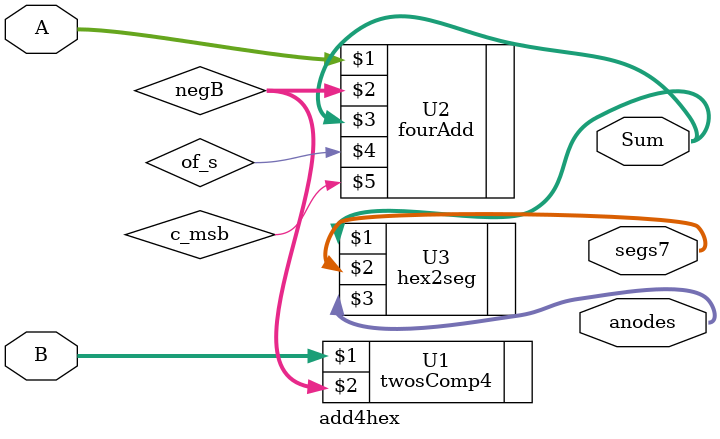
<source format=v>
`timescale 1ns / 1ps

//delcare operators
module add4hex(
    input [3:0] A,
    input [3:0] B,
    output [3:0] Sum,
    output [6:0] segs7,
    output [3:0] anodes
    );
    
    wire of_s,c_msb;
    wire [3:0] negB;
    
//instantiate 2's comp
    twosComp4 U1(B, negB);
    
//instantiate 4-bit full adder
    fourAdd U2(A,negB,Sum,of_s,c_msb);

//display to 7-segment LED display    
    hex2seg U3(Sum,segs7,anodes);
    

endmodule

</source>
